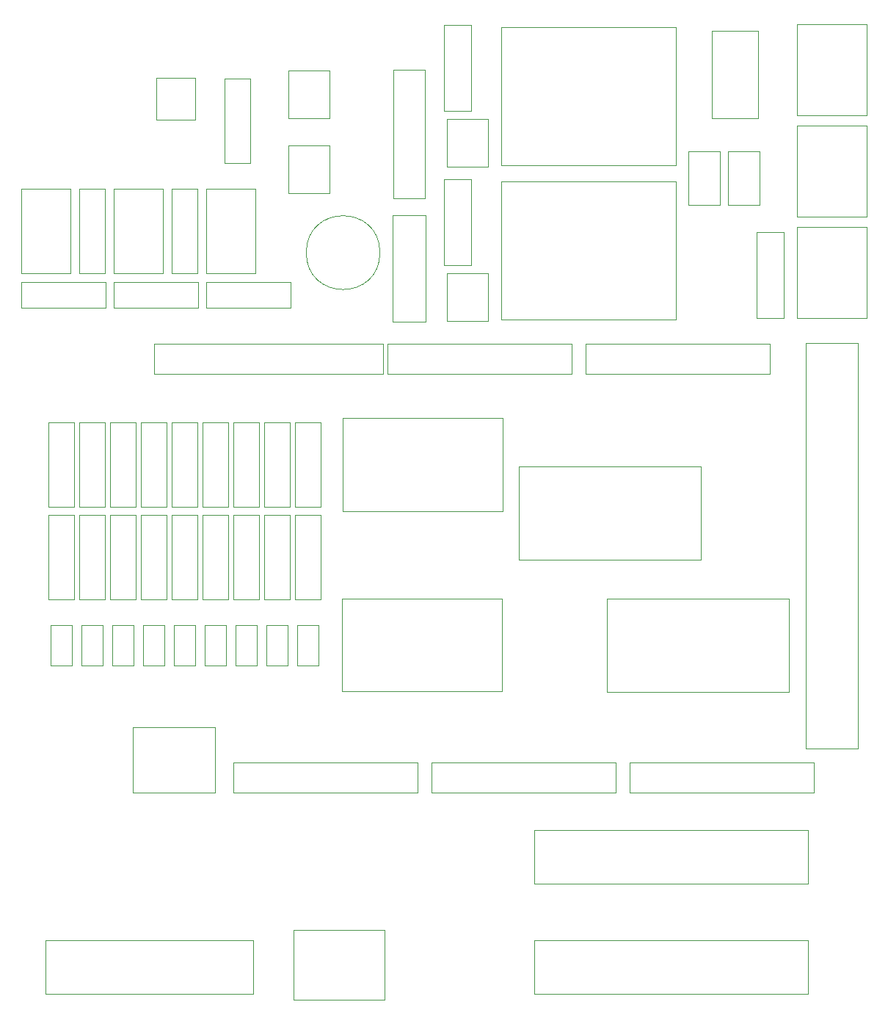
<source format=gbr>
G04 #@! TF.GenerationSoftware,KiCad,Pcbnew,5.1.5+dfsg1-2*
G04 #@! TF.CreationDate,2019-12-30T01:08:29+00:00*
G04 #@! TF.ProjectId,arduino_duo_shield,61726475-696e-46f5-9f64-756f5f736869,rev?*
G04 #@! TF.SameCoordinates,PX6258c20PY7445a00*
G04 #@! TF.FileFunction,Other,User*
%FSLAX46Y46*%
G04 Gerber Fmt 4.6, Leading zero omitted, Abs format (unit mm)*
G04 Created by KiCad (PCBNEW 5.1.5+dfsg1-2) date 2019-12-30 01:08:29*
%MOMM*%
%LPD*%
G04 APERTURE LIST*
%ADD10C,0.050000*%
G04 APERTURE END LIST*
D10*
X17562000Y83456000D02*
X17562000Y78606000D01*
X22062000Y83456000D02*
X17562000Y83456000D01*
X22062000Y78606000D02*
X22062000Y83456000D01*
X17562000Y78606000D02*
X22062000Y78606000D01*
X57378000Y55550000D02*
X77478000Y55550000D01*
X77478000Y71450000D02*
X77478000Y55550000D01*
X57378000Y55550000D02*
X57378000Y71450000D01*
X77478000Y71450000D02*
X57378000Y71450000D01*
X43366000Y63274000D02*
G75*
G03X43366000Y63274000I-4250000J0D01*
G01*
X12674000Y70676000D02*
X12674000Y60876000D01*
X18324000Y70676000D02*
X12674000Y70676000D01*
X18324000Y60876000D02*
X18324000Y70676000D01*
X12674000Y60876000D02*
X18324000Y60876000D01*
X2006000Y70676000D02*
X2006000Y60876000D01*
X7656000Y70676000D02*
X2006000Y70676000D01*
X7656000Y60876000D02*
X7656000Y70676000D01*
X2006000Y60876000D02*
X7656000Y60876000D01*
X23342000Y70676000D02*
X23342000Y60876000D01*
X28992000Y70676000D02*
X23342000Y70676000D01*
X28992000Y60876000D02*
X28992000Y70676000D01*
X23342000Y60876000D02*
X28992000Y60876000D01*
X81628000Y88860000D02*
X81628000Y78760000D01*
X87028000Y88860000D02*
X81628000Y88860000D01*
X87028000Y78760000D02*
X87028000Y88860000D01*
X81628000Y78760000D02*
X87028000Y78760000D01*
X26440000Y33054000D02*
X26440000Y23334000D01*
X29440000Y33054000D02*
X26440000Y33054000D01*
X29440000Y23334000D02*
X29440000Y33054000D01*
X26440000Y23334000D02*
X29440000Y23334000D01*
X26440000Y43722000D02*
X26440000Y34002000D01*
X29440000Y43722000D02*
X26440000Y43722000D01*
X29440000Y34002000D02*
X29440000Y43722000D01*
X26440000Y34002000D02*
X29440000Y34002000D01*
X29996000Y33054000D02*
X29996000Y23334000D01*
X32996000Y33054000D02*
X29996000Y33054000D01*
X32996000Y23334000D02*
X32996000Y33054000D01*
X29996000Y23334000D02*
X32996000Y23334000D01*
X29996000Y43722000D02*
X29996000Y34002000D01*
X32996000Y43722000D02*
X29996000Y43722000D01*
X32996000Y34002000D02*
X32996000Y43722000D01*
X29996000Y34002000D02*
X32996000Y34002000D01*
X22328000Y60926000D02*
X22328000Y70646000D01*
X19328000Y60926000D02*
X22328000Y60926000D01*
X19328000Y70646000D02*
X19328000Y60926000D01*
X22328000Y70646000D02*
X19328000Y70646000D01*
X11660000Y60926000D02*
X11660000Y70646000D01*
X8660000Y60926000D02*
X11660000Y60926000D01*
X8660000Y70646000D02*
X8660000Y60926000D01*
X11660000Y70646000D02*
X8660000Y70646000D01*
X12666000Y56920000D02*
X22386000Y56920000D01*
X12666000Y59920000D02*
X12666000Y56920000D01*
X22386000Y59920000D02*
X12666000Y59920000D01*
X22386000Y56920000D02*
X22386000Y59920000D01*
X48586000Y69562000D02*
X48586000Y84362000D01*
X44886000Y69562000D02*
X48586000Y69562000D01*
X44886000Y84362000D02*
X44886000Y69562000D01*
X48586000Y84362000D02*
X44886000Y84362000D01*
X1998000Y56920000D02*
X11718000Y56920000D01*
X1998000Y59920000D02*
X1998000Y56920000D01*
X11718000Y59920000D02*
X1998000Y59920000D01*
X11718000Y56920000D02*
X11718000Y59920000D01*
X25424000Y83346000D02*
X25424000Y73626000D01*
X28424000Y83346000D02*
X25424000Y83346000D01*
X28424000Y73626000D02*
X28424000Y83346000D01*
X25424000Y73626000D02*
X28424000Y73626000D01*
X33552000Y33054000D02*
X33552000Y23334000D01*
X36552000Y33054000D02*
X33552000Y33054000D01*
X36552000Y23334000D02*
X36552000Y33054000D01*
X33552000Y23334000D02*
X36552000Y23334000D01*
X33552000Y43722000D02*
X33552000Y34002000D01*
X36552000Y43722000D02*
X33552000Y43722000D01*
X36552000Y34002000D02*
X36552000Y43722000D01*
X33552000Y34002000D02*
X36552000Y34002000D01*
X23334000Y56920000D02*
X33054000Y56920000D01*
X23334000Y59920000D02*
X23334000Y56920000D01*
X33054000Y59920000D02*
X23334000Y59920000D01*
X33054000Y56920000D02*
X33054000Y59920000D01*
X5104000Y33054000D02*
X5104000Y23334000D01*
X8104000Y33054000D02*
X5104000Y33054000D01*
X8104000Y23334000D02*
X8104000Y33054000D01*
X5104000Y23334000D02*
X8104000Y23334000D01*
X5104000Y43722000D02*
X5104000Y34002000D01*
X8104000Y43722000D02*
X5104000Y43722000D01*
X8104000Y34002000D02*
X8104000Y43722000D01*
X5104000Y34002000D02*
X8104000Y34002000D01*
X8660000Y33054000D02*
X8660000Y23334000D01*
X11660000Y33054000D02*
X8660000Y33054000D01*
X11660000Y23334000D02*
X11660000Y33054000D01*
X8660000Y23334000D02*
X11660000Y23334000D01*
X8660000Y43722000D02*
X8660000Y34002000D01*
X11660000Y43722000D02*
X8660000Y43722000D01*
X11660000Y34002000D02*
X11660000Y43722000D01*
X8660000Y34002000D02*
X11660000Y34002000D01*
X12216000Y33054000D02*
X12216000Y23334000D01*
X15216000Y33054000D02*
X12216000Y33054000D01*
X15216000Y23334000D02*
X15216000Y33054000D01*
X12216000Y23334000D02*
X15216000Y23334000D01*
X12216000Y43722000D02*
X12216000Y34002000D01*
X15216000Y43722000D02*
X12216000Y43722000D01*
X15216000Y34002000D02*
X15216000Y43722000D01*
X12216000Y34002000D02*
X15216000Y34002000D01*
X15772000Y33054000D02*
X15772000Y23334000D01*
X18772000Y33054000D02*
X15772000Y33054000D01*
X18772000Y23334000D02*
X18772000Y33054000D01*
X15772000Y23334000D02*
X18772000Y23334000D01*
X15772000Y43722000D02*
X15772000Y34002000D01*
X18772000Y43722000D02*
X15772000Y43722000D01*
X18772000Y34002000D02*
X18772000Y43722000D01*
X15772000Y34002000D02*
X18772000Y34002000D01*
X19328000Y33054000D02*
X19328000Y23334000D01*
X22328000Y33054000D02*
X19328000Y33054000D01*
X22328000Y23334000D02*
X22328000Y33054000D01*
X19328000Y23334000D02*
X22328000Y23334000D01*
X19328000Y43722000D02*
X19328000Y34002000D01*
X22328000Y43722000D02*
X19328000Y43722000D01*
X22328000Y34002000D02*
X22328000Y43722000D01*
X19328000Y34002000D02*
X22328000Y34002000D01*
X22884000Y33054000D02*
X22884000Y23334000D01*
X25884000Y33054000D02*
X22884000Y33054000D01*
X25884000Y23334000D02*
X25884000Y33054000D01*
X22884000Y23334000D02*
X25884000Y23334000D01*
X22884000Y43722000D02*
X22884000Y34002000D01*
X25884000Y43722000D02*
X22884000Y43722000D01*
X25884000Y34002000D02*
X25884000Y43722000D01*
X22884000Y34002000D02*
X25884000Y34002000D01*
X55858000Y60896000D02*
X55858000Y55436000D01*
X55858000Y60896000D02*
X51118000Y60896000D01*
X51118000Y55436000D02*
X55858000Y55436000D01*
X51118000Y55436000D02*
X51118000Y60896000D01*
X55858000Y78676000D02*
X55858000Y73216000D01*
X55858000Y78676000D02*
X51118000Y78676000D01*
X51118000Y73216000D02*
X55858000Y73216000D01*
X51118000Y73216000D02*
X51118000Y78676000D01*
X37570000Y84264000D02*
X37570000Y78804000D01*
X37570000Y84264000D02*
X32830000Y84264000D01*
X32830000Y78804000D02*
X37570000Y78804000D01*
X32830000Y78804000D02*
X32830000Y84264000D01*
X37570000Y75628000D02*
X37570000Y70168000D01*
X37570000Y75628000D02*
X32830000Y75628000D01*
X32830000Y70168000D02*
X37570000Y70168000D01*
X32830000Y70168000D02*
X32830000Y75628000D01*
X48636000Y55338000D02*
X48636000Y67598000D01*
X44836000Y55338000D02*
X48636000Y55338000D01*
X44836000Y67598000D02*
X44836000Y55338000D01*
X48636000Y67598000D02*
X44836000Y67598000D01*
X57378000Y73330000D02*
X77478000Y73330000D01*
X77478000Y89230000D02*
X77478000Y73330000D01*
X57378000Y73330000D02*
X57378000Y89230000D01*
X77478000Y89230000D02*
X57378000Y89230000D01*
X82572000Y74952000D02*
X78972000Y74952000D01*
X82572000Y68802000D02*
X82572000Y74952000D01*
X78972000Y68802000D02*
X82572000Y68802000D01*
X78972000Y74952000D02*
X78972000Y68802000D01*
X87144000Y74952000D02*
X83544000Y74952000D01*
X87144000Y68802000D02*
X87144000Y74952000D01*
X83544000Y68802000D02*
X87144000Y68802000D01*
X83544000Y74952000D02*
X83544000Y68802000D01*
X61192000Y-15970000D02*
X61192000Y-22120000D01*
X92742000Y-15970000D02*
X61192000Y-15970000D01*
X92742000Y-22120000D02*
X92742000Y-15970000D01*
X61192000Y-22120000D02*
X92742000Y-22120000D01*
X99504000Y66210000D02*
X99504000Y55710000D01*
X99504000Y66210000D02*
X91504000Y66210000D01*
X91504000Y55710000D02*
X99504000Y55710000D01*
X91504000Y55710000D02*
X91504000Y66210000D01*
X99504000Y77894000D02*
X99504000Y67394000D01*
X99504000Y77894000D02*
X91504000Y77894000D01*
X91504000Y67394000D02*
X99504000Y67394000D01*
X91504000Y67394000D02*
X91504000Y77894000D01*
X99504000Y89578000D02*
X99504000Y79078000D01*
X99504000Y89578000D02*
X91504000Y89578000D01*
X91504000Y79078000D02*
X99504000Y79078000D01*
X91504000Y79078000D02*
X91504000Y89578000D01*
X4804000Y-15970000D02*
X4804000Y-22120000D01*
X28704000Y-15970000D02*
X4804000Y-15970000D01*
X28704000Y-22120000D02*
X28704000Y-15970000D01*
X4804000Y-22120000D02*
X28704000Y-22120000D01*
X43858000Y-22796000D02*
X33358000Y-22796000D01*
X43858000Y-22796000D02*
X43858000Y-14796000D01*
X33358000Y-14796000D02*
X33358000Y-22796000D01*
X33358000Y-14796000D02*
X43858000Y-14796000D01*
X89992000Y55746000D02*
X89992000Y65666000D01*
X86792000Y55746000D02*
X89992000Y55746000D01*
X86792000Y65666000D02*
X86792000Y55746000D01*
X89992000Y65666000D02*
X86792000Y65666000D01*
X53924000Y61842000D02*
X53924000Y71762000D01*
X50724000Y61842000D02*
X53924000Y61842000D01*
X50724000Y71762000D02*
X50724000Y61842000D01*
X53924000Y71762000D02*
X50724000Y71762000D01*
X53924000Y79622000D02*
X53924000Y89542000D01*
X50724000Y79622000D02*
X53924000Y79622000D01*
X50724000Y89542000D02*
X50724000Y79622000D01*
X53924000Y89542000D02*
X50724000Y89542000D01*
X26690000Y20314000D02*
X26690000Y15714000D01*
X29190000Y20314000D02*
X26690000Y20314000D01*
X29190000Y15714000D02*
X29190000Y20314000D01*
X26690000Y15714000D02*
X29190000Y15714000D01*
X30246000Y20314000D02*
X30246000Y15714000D01*
X32746000Y20314000D02*
X30246000Y20314000D01*
X32746000Y15714000D02*
X32746000Y20314000D01*
X30246000Y15714000D02*
X32746000Y15714000D01*
X33802000Y20314000D02*
X33802000Y15714000D01*
X36302000Y20314000D02*
X33802000Y20314000D01*
X36302000Y15714000D02*
X36302000Y20314000D01*
X33802000Y15714000D02*
X36302000Y15714000D01*
X5354000Y20314000D02*
X5354000Y15714000D01*
X7854000Y20314000D02*
X5354000Y20314000D01*
X7854000Y15714000D02*
X7854000Y20314000D01*
X5354000Y15714000D02*
X7854000Y15714000D01*
X8910000Y20314000D02*
X8910000Y15714000D01*
X11410000Y20314000D02*
X8910000Y20314000D01*
X11410000Y15714000D02*
X11410000Y20314000D01*
X8910000Y15714000D02*
X11410000Y15714000D01*
X12466000Y20314000D02*
X12466000Y15714000D01*
X14966000Y20314000D02*
X12466000Y20314000D01*
X14966000Y15714000D02*
X14966000Y20314000D01*
X12466000Y15714000D02*
X14966000Y15714000D01*
X16022000Y20314000D02*
X16022000Y15714000D01*
X18522000Y20314000D02*
X16022000Y20314000D01*
X18522000Y15714000D02*
X18522000Y20314000D01*
X16022000Y15714000D02*
X18522000Y15714000D01*
X19578000Y20314000D02*
X19578000Y15714000D01*
X22078000Y20314000D02*
X19578000Y20314000D01*
X22078000Y15714000D02*
X22078000Y20314000D01*
X19578000Y15714000D02*
X22078000Y15714000D01*
X23134000Y20314000D02*
X23134000Y15714000D01*
X25634000Y20314000D02*
X23134000Y20314000D01*
X25634000Y15714000D02*
X25634000Y20314000D01*
X23134000Y15714000D02*
X25634000Y15714000D01*
X14860000Y1290000D02*
X14860000Y8290000D01*
X15110000Y8540000D02*
X24110000Y8540000D01*
X24360000Y8290000D02*
X24360000Y1290000D01*
X24110000Y1040000D02*
X15110000Y1040000D01*
X24360000Y8540000D02*
X24110000Y8540000D01*
X24360000Y8290000D02*
X24360000Y8540000D01*
X24360000Y1040000D02*
X24110000Y1040000D01*
X24360000Y1290000D02*
X24360000Y1040000D01*
X14860000Y1040000D02*
X14860000Y1290000D01*
X15110000Y1040000D02*
X14860000Y1040000D01*
X14860000Y8540000D02*
X14860000Y8290000D01*
X15110000Y8540000D02*
X14860000Y8540000D01*
X59360000Y38614000D02*
X59360000Y27914000D01*
X80360000Y38614000D02*
X59360000Y38614000D01*
X80360000Y27914000D02*
X80360000Y38614000D01*
X59360000Y27914000D02*
X80360000Y27914000D01*
X69520000Y23374000D02*
X69520000Y12674000D01*
X90520000Y23374000D02*
X69520000Y23374000D01*
X90520000Y12674000D02*
X90520000Y23374000D01*
X69520000Y12674000D02*
X90520000Y12674000D01*
X39040000Y44202000D02*
X39040000Y33502000D01*
X57490000Y44202000D02*
X39040000Y44202000D01*
X57490000Y33502000D02*
X57490000Y44202000D01*
X39040000Y33502000D02*
X57490000Y33502000D01*
X57480000Y12694000D02*
X57480000Y23394000D01*
X39030000Y12694000D02*
X57480000Y12694000D01*
X39030000Y23394000D02*
X39030000Y12694000D01*
X57480000Y23394000D02*
X39030000Y23394000D01*
X61192000Y-3270000D02*
X61192000Y-9420000D01*
X92742000Y-3270000D02*
X61192000Y-3270000D01*
X92742000Y-9420000D02*
X92742000Y-3270000D01*
X61192000Y-9420000D02*
X92742000Y-9420000D01*
X92484000Y6124000D02*
X98534000Y6124000D01*
X92484000Y52824000D02*
X98534000Y52824000D01*
X92484000Y6124000D02*
X92484000Y52824000D01*
X98534000Y6124000D02*
X98534000Y52824000D01*
X26444000Y4544000D02*
X26444000Y1044000D01*
X47744000Y4544000D02*
X47744000Y1044000D01*
X26444000Y4544000D02*
X47744000Y4544000D01*
X26444000Y1044000D02*
X47744000Y1044000D01*
X49304000Y4544000D02*
X49304000Y1044000D01*
X70604000Y4544000D02*
X70604000Y1044000D01*
X49304000Y4544000D02*
X70604000Y4544000D01*
X49304000Y1044000D02*
X70604000Y1044000D01*
X72164000Y4544000D02*
X72164000Y1044000D01*
X93464000Y4544000D02*
X93464000Y1044000D01*
X72164000Y4544000D02*
X93464000Y4544000D01*
X72164000Y1044000D02*
X93464000Y1044000D01*
X17300000Y52804000D02*
X17300000Y49304000D01*
X43700000Y52804000D02*
X43700000Y49304000D01*
X17300000Y52804000D02*
X43700000Y52804000D01*
X17300000Y49304000D02*
X43700000Y49304000D01*
X44224000Y52804000D02*
X44224000Y49304000D01*
X65524000Y52804000D02*
X65524000Y49304000D01*
X44224000Y52804000D02*
X65524000Y52804000D01*
X44224000Y49304000D02*
X65524000Y49304000D01*
X67084000Y52804000D02*
X67084000Y49304000D01*
X88384000Y52804000D02*
X88384000Y49304000D01*
X67084000Y52804000D02*
X88384000Y52804000D01*
X67084000Y49304000D02*
X88384000Y49304000D01*
M02*

</source>
